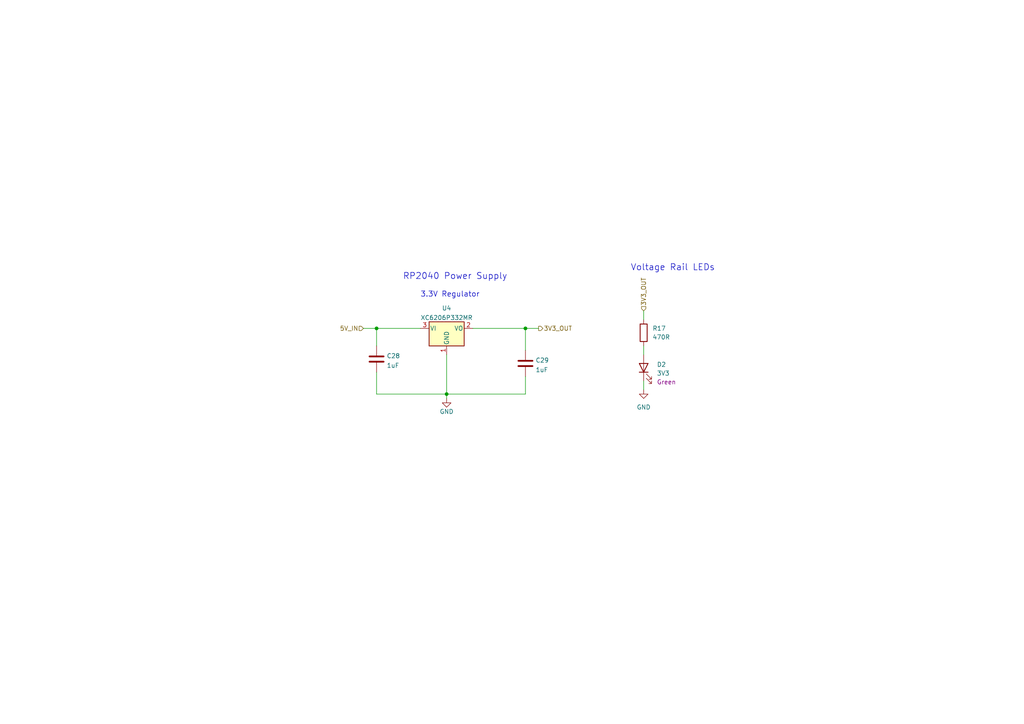
<source format=kicad_sch>
(kicad_sch (version 20250114) (generator "eeschema") (generator_version "9.0")
  (paper "A4")
  (lib_symbols
    (symbol "Device:C" (pin_numbers (hide yes)) (pin_names (offset 0.254))
      (property "Reference" "C" (at 0.635 2.54 0))
      (property "Value" "C" (at 0.635 -2.54 0))
      (symbol "C_0_1"
        (polyline (pts (xy -2.032 0.762) (xy 2.032 0.762)) (stroke (width 0.508)))
        (polyline (pts (xy -2.032 -0.762) (xy 2.032 -0.762)) (stroke (width 0.508)))
      )
      (symbol "C_1_1"
        (pin passive line (at 0 3.81 270) (length 2.794) (name "~") (number "1"))
        (pin passive line (at 0 -3.81 90) (length 2.794) (name "~") (number "2"))
      )
    )
    (symbol "Device:LED" (pin_numbers (hide yes)) (pin_names (offset 1.016) (hide yes))
      (property "Reference" "D" (at 0 2.54 0))
      (property "Value" "LED" (at 0 -2.54 0))
      (symbol "LED_0_1"
        (polyline (pts (xy -3.048 -0.762) (xy -4.572 -2.286) (xy -3.81 -2.286) (xy -4.572 -2.286) (xy -4.572 -1.524)))
        (polyline (pts (xy -1.778 -0.762) (xy -3.302 -2.286) (xy -2.54 -2.286) (xy -3.302 -2.286) (xy -3.302 -1.524)))
        (polyline (pts (xy -1.27 0) (xy 1.27 0)))
        (polyline (pts (xy -1.27 -1.27) (xy -1.27 1.27)) (stroke (width 0.254)))
        (polyline (pts (xy 1.27 -1.27) (xy 1.27 1.27) (xy -1.27 0) (xy 1.27 -1.27)) (stroke (width 0.254)))
      )
      (symbol "LED_1_1"
        (pin passive line (at -3.81 0 0) (length 2.54) (name "K") (number "1"))
        (pin passive line (at 3.81 0 180) (length 2.54) (name "A") (number "2"))
      )
    )
    (symbol "Device:R" (pin_numbers (hide yes)) (pin_names (offset 0))
      (property "Reference" "R" (at 2.032 0 90))
      (property "Value" "R" (at 0 0 90))
      (symbol "R_0_1"
        (rectangle (start -1.016 -2.54) (end 1.016 2.54) (stroke (width 0.254)))
      )
      (symbol "R_1_1"
        (pin passive line (at 0 3.81 270) (length 1.27) (name "~") (number "1"))
        (pin passive line (at 0 -3.81 90) (length 1.27) (name "~") (number "2"))
      )
    )
    (symbol "Regulator_Linear:XC6206PxxxMR" (pin_names (offset 0.254))
      (property "Reference" "U" (at -3.81 3.175 0))
      (property "Value" "XC6206PxxxMR" (at 0 3.175 0))
      (symbol "XC6206PxxxMR_0_1"
        (rectangle (start -5.08 1.905) (end 5.08 -5.08) (stroke (width 0.254)) (fill (type background)))
      )
      (symbol "XC6206PxxxMR_1_1"
        (pin power_in line (at -7.62 0 0) (length 2.54) (name "VI") (number "3"))
        (pin power_in line (at 0 -7.62 90) (length 2.54) (name "GND") (number "1"))
        (pin power_out line (at 7.62 0 180) (length 2.54) (name "VO") (number "2"))
      )
    )
    (symbol "power:GND" (power) (pin_names (offset 0))
      (property "Value" "GND" (at 0 -3.81 0))
      (symbol "GND_0_1"
        (polyline (pts (xy 0 0) (xy 0 -1.27) (xy 1.27 -1.27) (xy 0 -2.54) (xy -1.27 -1.27) (xy 0 -1.27)))
      )
      (symbol "GND_1_1"
        (pin power_in line (at 0 0 270) (length 0) (hide yes) (name "GND") (number "1"))
      )
    )
  )
  (text "3.3V Regulator\n" (at 121.92 86.36 0) (effects (font (size 1.524 1.524)) (justify left bottom)))
  (text "Voltage Rail LEDs" (at 182.88 78.74 0) (effects (font (size 1.8034 1.8034)) (justify left bottom)))
  (text "RP2040 Power Supply" (at 116.84 81.28 0) (effects (font (size 1.8034 1.8034)) (justify left bottom)))
  (junction (at 109.22 95.25))
  (junction (at 129.54 114.3))
  (junction (at 152.4 95.25))
  (wire (pts (xy 109.22 95.25) (xy 109.22 100.33)))
  (wire (pts (xy 152.4 95.25) (xy 156.21 95.25)))
  (wire (pts (xy 186.69 100.33) (xy 186.69 102.87)))
  (wire (pts (xy 186.69 90.17) (xy 186.69 92.71)))
  (wire (pts (xy 129.54 114.3) (xy 129.54 115.57)))
  (wire (pts (xy 152.4 114.3) (xy 152.4 109.22)))
  (wire (pts (xy 186.69 110.49) (xy 186.69 113.03)))
  (wire (pts (xy 152.4 95.25) (xy 152.4 101.6)))
  (wire (pts (xy 109.22 114.3) (xy 129.54 114.3)))
  (wire (pts (xy 129.54 102.87) (xy 129.54 114.3)))
  (wire (pts (xy 129.54 114.3) (xy 152.4 114.3)))
  (wire (pts (xy 109.22 95.25) (xy 121.92 95.25)))
  (wire (pts (xy 109.22 114.3) (xy 109.22 107.95)))
  (wire (pts (xy 137.16 95.25) (xy 152.4 95.25)))
  (wire (pts (xy 105.41 95.25) (xy 109.22 95.25)))
  (hierarchical_label "3V3_OUT" (shape input) (at 186.69 90.17 90))
  (hierarchical_label "5V_IN" (shape input) (at 105.41 95.25 180))
  (hierarchical_label "3V3_OUT" (shape output) (at 156.21 95.25 0))
  (symbol (lib_id "Device:LED") (at 186.69 106.68 90) (unit 1)
    (property "Reference" "D2" (at 190.5 105.7274 90) (effects (justify right)))
    (property "Value" "3V3" (at 190.5 108.2674 90) (effects (justify right)))
    (property "Footprint" "LED_SMD:LED_0603_1608Metric" (effects (hide yes)))
    (property "Datasheet" "https://datasheet.lcsc.com/lcsc/1811101510_Everlight-Elec-19-217-GHC-YR1S2-3T_C72043.pdf" (effects (hide yes)))
    (property "LCSC Part #" "C72043" (effects (hide yes)))
    (property "Colour" "Green" (at 190.5 110.8074 90) (effects (justify right)))
    (property "Manufacturer" "Everlight Elec" (effects (hide yes)))
    (property "Manufacturer Part #" "19-217/GHC-YR1S2/3T" (effects (hide yes)))
  )
  (symbol (lib_id "Device:C") (at 152.4 105.41 0) (unit 1)
    (property "Reference" "C29" (at 155.321 104.5015 0) (effects (justify left)))
    (property "Value" "1uF" (at 155.321 107.2766 0) (effects (justify left)))
    (property "Footprint" "Capacitor_SMD:C_0805_2012Metric" (effects (hide yes)))
    (property "Datasheet" "https://datasheet.lcsc.com/lcsc/1810191216_Samsung-Electro-Mechanics-CL21B105KBFNNNE_C28323.pdf" (effects (hide yes)))
    (property "LCSC Part #" "C28323" (effects (hide yes)))
    (property "LCSC URL" "https://lcsc.com/product-detail/Multilayer-Ceramic-Capacitors-MLCC-SMD-SMT_Samsung-Electro-Mechanics-CL21B105KBFNNNE_C28323.html" (effects (hide yes)))
  )
  (symbol (lib_id "power:GND") (at 186.69 113.03 0) (unit 1)
    (property "Reference" "#PWR019" (effects (hide yes)))
    (property "Value" "GND" (at 186.69 118.11 0))
  )
  (symbol (lib_id "Regulator_Linear:XC6206PxxxMR") (at 129.54 95.25 0) (unit 1)
    (property "Reference" "U4" (at 129.54 89.3785 0))
    (property "Value" "XC6206P332MR" (at 129.54 92.1536 0))
    (property "Footprint" "Package_TO_SOT_SMD:SOT-23" (effects (hide yes)))
    (property "Datasheet" "https://datasheet.lcsc.com/lcsc/1809201513_Torex-Semicon-XC6206P332MR_C5446.pdf" (effects (hide yes)))
    (property "LCSC Part #" "C5446" (effects (hide yes)))
    (property "LCSC URL" "https://lcsc.com/product-detail/Linear-Voltage-Regulators-LDO_Torex-Semicon-XC6206P332MR_C5446.html" (effects (hide yes)))
  )
  (symbol (lib_id "power:GND") (at 129.54 115.57 0) (unit 1)
    (property "Reference" "#PWR018" (effects (hide yes)))
    (property "Value" "GND" (at 129.54 119.38 0))
  )
  (symbol (lib_id "Device:C") (at 109.22 104.14 0) (unit 1)
    (property "Reference" "C28" (at 112.141 103.2315 0) (effects (justify left)))
    (property "Value" "1uF" (at 112.141 106.0066 0) (effects (justify left)))
    (property "Footprint" "Capacitor_SMD:C_0805_2012Metric" (effects (hide yes)))
    (property "Datasheet" "https://datasheet.lcsc.com/lcsc/1810191216_Samsung-Electro-Mechanics-CL21B105KBFNNNE_C28323.pdf" (effects (hide yes)))
    (property "LCSC Part #" "C28323" (effects (hide yes)))
    (property "LCSC URL" "https://lcsc.com/product-detail/Multilayer-Ceramic-Capacitors-MLCC-SMD-SMT_Samsung-Electro-Mechanics-CL21B105KBFNNNE_C28323.html" (effects (hide yes)))
  )
  (symbol (lib_id "Device:R") (at 186.69 96.52 0) (unit 1)
    (property "Reference" "R17" (at 189.23 95.2499 0) (effects (justify left)))
    (property "Value" "470R" (at 189.23 97.7899 0) (effects (justify left)))
    (property "Footprint" "Resistor_SMD:R_0402_1005Metric" (effects (hide yes)))
    (property "Datasheet" "https://datasheet.lcsc.com/lcsc/2110252230_UNI-ROYAL-Uniroyal-Elec-0402WGF4700TCE_C25117.pdf" (effects (hide yes)))
    (property "LCSC Part #" "C25117" (effects (hide yes)))
    (property "LCSC URL" "https://lcsc.com/product-detail/Chip-Resistor-Surface-Mount_UNI-ROYAL-Uniroyal-Elec-0402WGF4700TCE_C25117.html" (effects (hide yes)))
  )
)
</source>
